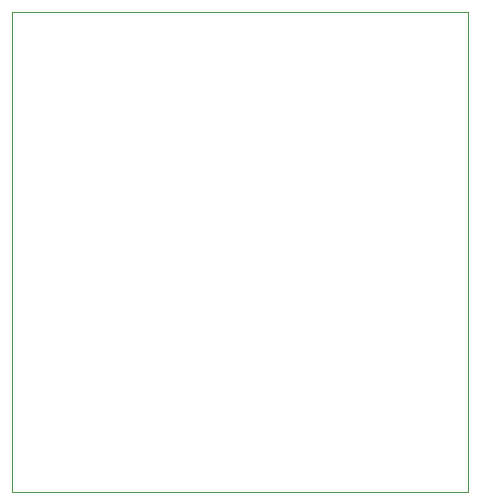
<source format=gm1>
%TF.GenerationSoftware,KiCad,Pcbnew,8.0.0*%
%TF.CreationDate,2024-03-04T00:48:55-06:00*%
%TF.ProjectId,InertialMeasurementUnitBoard,496e6572-7469-4616-9c4d-656173757265,rev?*%
%TF.SameCoordinates,Original*%
%TF.FileFunction,Profile,NP*%
%FSLAX46Y46*%
G04 Gerber Fmt 4.6, Leading zero omitted, Abs format (unit mm)*
G04 Created by KiCad (PCBNEW 8.0.0) date 2024-03-04 00:48:55*
%MOMM*%
%LPD*%
G01*
G04 APERTURE LIST*
%TA.AperFunction,Profile*%
%ADD10C,0.050000*%
%TD*%
G04 APERTURE END LIST*
D10*
X96393000Y-76073000D02*
X135001000Y-76073000D01*
X135001000Y-116713000D01*
X96393000Y-116713000D01*
X96393000Y-76073000D01*
M02*

</source>
